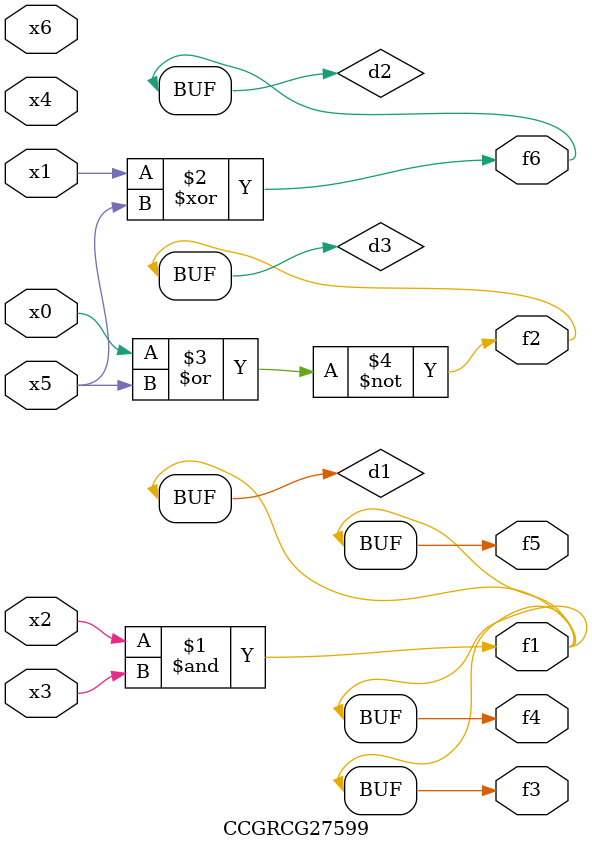
<source format=v>
module CCGRCG27599(
	input x0, x1, x2, x3, x4, x5, x6,
	output f1, f2, f3, f4, f5, f6
);

	wire d1, d2, d3;

	and (d1, x2, x3);
	xor (d2, x1, x5);
	nor (d3, x0, x5);
	assign f1 = d1;
	assign f2 = d3;
	assign f3 = d1;
	assign f4 = d1;
	assign f5 = d1;
	assign f6 = d2;
endmodule

</source>
